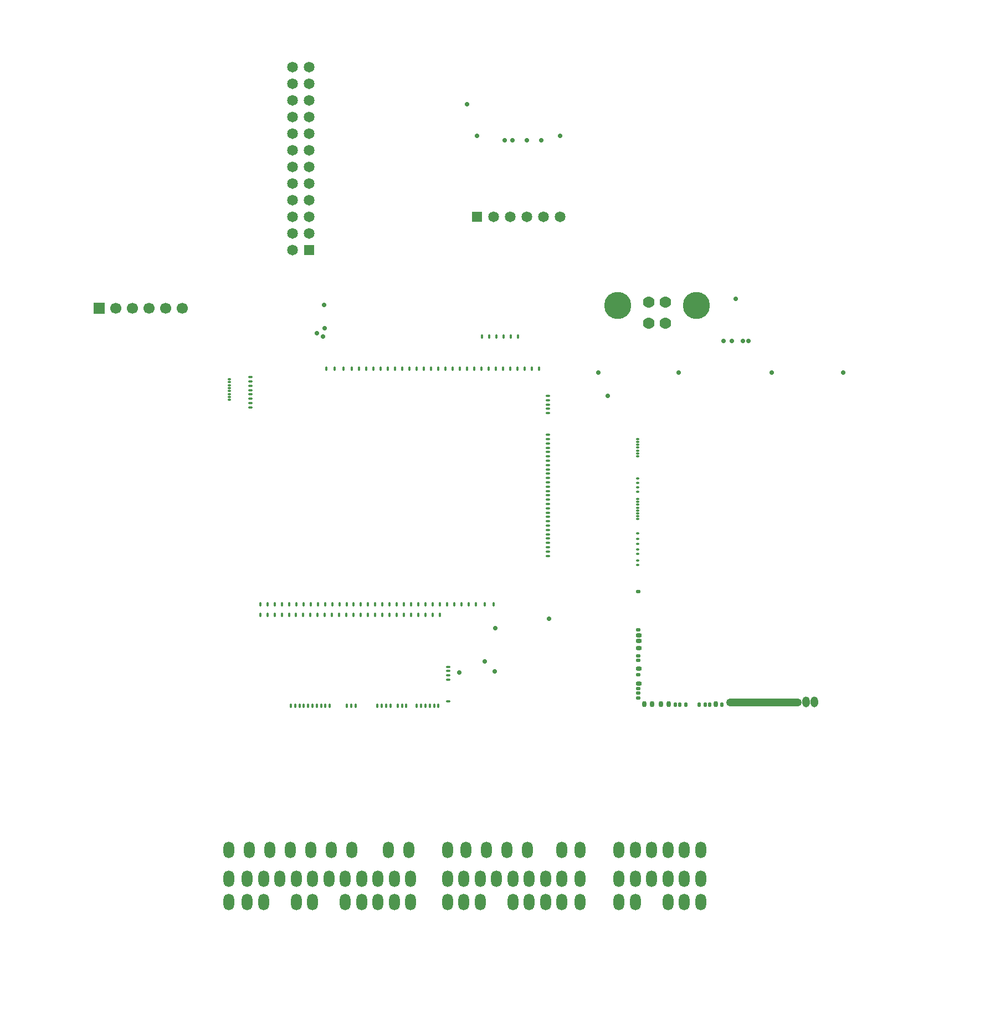
<source format=gbs>
G04*
G04 #@! TF.GenerationSoftware,Altium Limited,Altium Designer,20.0.10 (225)*
G04*
G04 Layer_Color=16711935*
%FSLAX25Y25*%
%MOIN*%
G70*
G01*
G75*
%ADD45O,0.03701X0.02913*%
%ADD46O,0.04488X0.06457*%
%ADD51C,0.16299*%
%ADD63O,0.06457X0.10000*%
%ADD64C,0.00551*%
%ADD65C,0.06951*%
%ADD66C,0.02913*%
%ADD67C,0.06693*%
%ADD68R,0.06693X0.06693*%
%ADD69C,0.06457*%
%ADD70R,0.06457X0.06457*%
%ADD71R,0.06457X0.06457*%
G04:AMPARAMS|DCode=160|XSize=15.35mil|YSize=25.2mil|CornerRadius=7.68mil|HoleSize=0mil|Usage=FLASHONLY|Rotation=90.000|XOffset=0mil|YOffset=0mil|HoleType=Round|Shape=RoundedRectangle|*
%AMROUNDEDRECTD160*
21,1,0.01535,0.00984,0,0,90.0*
21,1,0.00000,0.02520,0,0,90.0*
1,1,0.01535,0.00492,0.00000*
1,1,0.01535,0.00492,0.00000*
1,1,0.01535,-0.00492,0.00000*
1,1,0.01535,-0.00492,0.00000*
%
%ADD160ROUNDEDRECTD160*%
G04:AMPARAMS|DCode=161|XSize=15.35mil|YSize=25.2mil|CornerRadius=7.68mil|HoleSize=0mil|Usage=FLASHONLY|Rotation=0.000|XOffset=0mil|YOffset=0mil|HoleType=Round|Shape=RoundedRectangle|*
%AMROUNDEDRECTD161*
21,1,0.01535,0.00984,0,0,0.0*
21,1,0.00000,0.02520,0,0,0.0*
1,1,0.01535,0.00000,-0.00492*
1,1,0.01535,0.00000,-0.00492*
1,1,0.01535,0.00000,0.00492*
1,1,0.01535,0.00000,0.00492*
%
%ADD161ROUNDEDRECTD161*%
%ADD162O,0.02126X0.02913*%
%ADD163O,0.02913X0.02126*%
%ADD164O,0.02913X0.03701*%
%ADD165O,0.45433X0.04882*%
%ADD166O,0.02126X0.01339*%
%ADD167O,0.02126X0.01339*%
D45*
X389652Y209896D02*
D03*
Y218853D02*
D03*
Y231156D02*
D03*
Y235389D02*
D03*
Y238834D02*
D03*
D46*
X490337Y198873D02*
D03*
X495282D02*
D03*
D51*
X376791Y437106D02*
D03*
X424193D02*
D03*
D63*
X142913Y92520D02*
D03*
Y78347D02*
D03*
X153937Y92520D02*
D03*
Y78347D02*
D03*
X163779Y92520D02*
D03*
Y78347D02*
D03*
X173622Y92520D02*
D03*
X183465D02*
D03*
Y78347D02*
D03*
X193307Y92520D02*
D03*
Y78347D02*
D03*
X203150Y92520D02*
D03*
X212992Y78347D02*
D03*
Y92520D02*
D03*
X222835Y78347D02*
D03*
Y92520D02*
D03*
X232677Y78347D02*
D03*
Y92520D02*
D03*
X242520Y78347D02*
D03*
Y92520D02*
D03*
X238858Y109843D02*
D03*
X252362Y78347D02*
D03*
Y92520D02*
D03*
X251181Y109843D02*
D03*
X274409Y78347D02*
D03*
Y92520D02*
D03*
Y109843D02*
D03*
X284252Y78347D02*
D03*
Y92520D02*
D03*
X285433Y109843D02*
D03*
X294094Y78347D02*
D03*
Y92520D02*
D03*
X303937D02*
D03*
X297756Y109843D02*
D03*
X313779Y78347D02*
D03*
Y92520D02*
D03*
X310079Y109843D02*
D03*
X323622Y78347D02*
D03*
Y92520D02*
D03*
X322402Y109843D02*
D03*
X333465Y78347D02*
D03*
Y92520D02*
D03*
X343307Y78347D02*
D03*
Y92520D02*
D03*
Y109843D02*
D03*
X354331Y78347D02*
D03*
Y92520D02*
D03*
Y109843D02*
D03*
X377559Y78347D02*
D03*
Y92520D02*
D03*
Y109843D02*
D03*
X387402Y78347D02*
D03*
Y92520D02*
D03*
Y109843D02*
D03*
X397244Y92520D02*
D03*
X407087Y78347D02*
D03*
Y92520D02*
D03*
Y109843D02*
D03*
X416929Y78347D02*
D03*
Y92520D02*
D03*
X426772Y78347D02*
D03*
Y92520D02*
D03*
X416929Y109843D02*
D03*
X426772D02*
D03*
X216850D02*
D03*
X204528D02*
D03*
X192205D02*
D03*
X179882D02*
D03*
X167559D02*
D03*
X155236D02*
D03*
X142913D02*
D03*
X397244D02*
D03*
D64*
X173622Y56890D02*
D03*
X397244D02*
D03*
X135256Y484803D02*
D03*
X44272D02*
D03*
X19879Y279921D02*
D03*
X586614Y20079D02*
D03*
Y605905D02*
D03*
X19685D02*
D03*
Y20079D02*
D03*
D65*
X405413Y426437D02*
D03*
Y439094D02*
D03*
X395571D02*
D03*
Y426437D02*
D03*
D66*
X296919Y223002D02*
D03*
X335531Y248819D02*
D03*
X303012Y217224D02*
D03*
X281693Y216634D02*
D03*
X303199Y243258D02*
D03*
X469488Y396850D02*
D03*
X512402D02*
D03*
X370768Y382677D02*
D03*
X413583Y396850D02*
D03*
X365302D02*
D03*
X200374Y437323D02*
D03*
X200669Y423346D02*
D03*
X199488Y418327D02*
D03*
X196043Y420394D02*
D03*
X452067Y415748D02*
D03*
X455610D02*
D03*
X440551D02*
D03*
X445571D02*
D03*
X447756Y441043D02*
D03*
X286122Y558287D02*
D03*
X313583Y536339D02*
D03*
X330906D02*
D03*
X322146D02*
D03*
X292323Y538976D02*
D03*
X308957Y536339D02*
D03*
X342339Y539012D02*
D03*
D67*
X114764Y435433D02*
D03*
X104764D02*
D03*
X94764D02*
D03*
X84764D02*
D03*
X74764D02*
D03*
D68*
X64764D02*
D03*
D69*
X342126Y490551D02*
D03*
X332126D02*
D03*
X322126D02*
D03*
X312126D02*
D03*
X302126D02*
D03*
X181142Y580472D02*
D03*
X191142D02*
D03*
X181142Y570472D02*
D03*
X191142D02*
D03*
X181142Y560472D02*
D03*
X191142D02*
D03*
X181142Y550472D02*
D03*
X191142D02*
D03*
X181142Y540472D02*
D03*
X191142D02*
D03*
X181142Y530472D02*
D03*
X191142D02*
D03*
X181142Y520472D02*
D03*
X191142D02*
D03*
X181142Y510472D02*
D03*
X191142D02*
D03*
X181142Y500472D02*
D03*
X191142D02*
D03*
X181142Y490472D02*
D03*
X191142D02*
D03*
X181142Y480472D02*
D03*
X191142D02*
D03*
X181142Y470472D02*
D03*
D70*
X292126Y490551D02*
D03*
D71*
X191142Y470472D02*
D03*
D160*
X275000Y199127D02*
D03*
Y219914D02*
D03*
Y217316D02*
D03*
Y214717D02*
D03*
Y212119D02*
D03*
X335047Y304823D02*
D03*
Y302224D02*
D03*
Y299626D02*
D03*
Y297027D02*
D03*
Y294429D02*
D03*
Y291831D02*
D03*
Y289232D02*
D03*
Y286634D02*
D03*
Y374980D02*
D03*
Y377579D02*
D03*
Y380177D02*
D03*
Y382776D02*
D03*
Y372382D02*
D03*
Y359390D02*
D03*
Y356791D02*
D03*
Y354193D02*
D03*
Y351594D02*
D03*
Y348996D02*
D03*
Y346398D02*
D03*
Y343799D02*
D03*
Y341201D02*
D03*
Y338602D02*
D03*
Y336004D02*
D03*
Y333405D02*
D03*
Y330807D02*
D03*
Y328209D02*
D03*
Y325610D02*
D03*
Y323012D02*
D03*
Y320413D02*
D03*
Y317815D02*
D03*
Y315216D02*
D03*
Y312618D02*
D03*
Y310020D02*
D03*
Y307421D02*
D03*
X155807Y394094D02*
D03*
Y391496D02*
D03*
Y388898D02*
D03*
Y386299D02*
D03*
Y383701D02*
D03*
Y381102D02*
D03*
Y378504D02*
D03*
Y375905D02*
D03*
D161*
X174724Y251287D02*
D03*
X170394D02*
D03*
X166063D02*
D03*
X161732D02*
D03*
X269012Y196319D02*
D03*
X266413D02*
D03*
X263815D02*
D03*
X261217D02*
D03*
X258618D02*
D03*
X256020D02*
D03*
X249717D02*
D03*
X247118D02*
D03*
X244520D02*
D03*
X240107D02*
D03*
X237508D02*
D03*
X234910D02*
D03*
X232311D02*
D03*
X219217D02*
D03*
X216618D02*
D03*
X214020D02*
D03*
X203602D02*
D03*
X201004D02*
D03*
X198406D02*
D03*
X195807D02*
D03*
X193209D02*
D03*
X190610D02*
D03*
X188012D02*
D03*
X185413D02*
D03*
X182815D02*
D03*
X180217D02*
D03*
X179055Y251287D02*
D03*
X183386D02*
D03*
X187716D02*
D03*
X192047D02*
D03*
X196378D02*
D03*
X200709D02*
D03*
X205039D02*
D03*
X209370D02*
D03*
X213701D02*
D03*
X218031D02*
D03*
X222362D02*
D03*
X226693D02*
D03*
X231024D02*
D03*
X235354D02*
D03*
X239685D02*
D03*
X244016D02*
D03*
X248346D02*
D03*
X252677D02*
D03*
X257008D02*
D03*
X261338D02*
D03*
X265669D02*
D03*
X270000D02*
D03*
X316634Y399024D02*
D03*
X320964D02*
D03*
X325295D02*
D03*
X179075Y257571D02*
D03*
X174744D02*
D03*
X170414D02*
D03*
X166083D02*
D03*
X287343D02*
D03*
X291673D02*
D03*
X296870D02*
D03*
X302067D02*
D03*
X283012D02*
D03*
X278681D02*
D03*
X274350D02*
D03*
X270020D02*
D03*
X265689D02*
D03*
X261358D02*
D03*
X257028D02*
D03*
X252697D02*
D03*
X248366D02*
D03*
X244036D02*
D03*
X239705D02*
D03*
X235374D02*
D03*
X231043D02*
D03*
X226713D02*
D03*
X222382D02*
D03*
X218051D02*
D03*
X213721D02*
D03*
X209390D02*
D03*
X205059D02*
D03*
X200729D02*
D03*
X196398D02*
D03*
X192067D02*
D03*
X217028Y399024D02*
D03*
X211791D02*
D03*
X206594D02*
D03*
X201398D02*
D03*
X221358D02*
D03*
X225689D02*
D03*
X230020D02*
D03*
X234350D02*
D03*
X238681D02*
D03*
X243012D02*
D03*
X247342D02*
D03*
X251673D02*
D03*
X256004D02*
D03*
X260335D02*
D03*
X264665D02*
D03*
X268996D02*
D03*
X273327D02*
D03*
X277657D02*
D03*
X281988D02*
D03*
X286319D02*
D03*
X290650D02*
D03*
X294980D02*
D03*
X299311D02*
D03*
X303642D02*
D03*
X307972D02*
D03*
X312303D02*
D03*
X187736Y257571D02*
D03*
X183406D02*
D03*
X161752D02*
D03*
X329626Y399024D02*
D03*
X295079Y418602D02*
D03*
X299409D02*
D03*
X303740D02*
D03*
X308071D02*
D03*
X312402D02*
D03*
X316732D02*
D03*
D162*
X429435Y197200D02*
D03*
X417743D02*
D03*
X414200D02*
D03*
X411404D02*
D03*
X425913D02*
D03*
X432310D02*
D03*
X439573D02*
D03*
D163*
X389278Y226432D02*
D03*
Y223873D02*
D03*
Y215035D02*
D03*
Y206669D02*
D03*
Y203991D02*
D03*
Y201256D02*
D03*
Y242082D02*
D03*
Y265113D02*
D03*
D164*
X435734Y197593D02*
D03*
X407388Y197593D02*
D03*
X402762D02*
D03*
X397447D02*
D03*
X392821D02*
D03*
D165*
X464967Y198381D02*
D03*
D166*
X388864Y287849D02*
D03*
Y283676D02*
D03*
Y281078D02*
D03*
Y290621D02*
D03*
Y293771D02*
D03*
Y296921D02*
D03*
Y300054D02*
D03*
Y308696D02*
D03*
Y310428D02*
D03*
Y312160D02*
D03*
Y313893D02*
D03*
Y315625D02*
D03*
Y317357D02*
D03*
Y319089D02*
D03*
Y320822D02*
D03*
Y325251D02*
D03*
Y327849D02*
D03*
Y330448D02*
D03*
Y333046D02*
D03*
Y346452D02*
D03*
Y348184D02*
D03*
Y349916D02*
D03*
Y351648D02*
D03*
Y353381D02*
D03*
Y355113D02*
D03*
Y356845D02*
D03*
D167*
X143327Y392816D02*
D03*
Y391045D02*
D03*
Y389273D02*
D03*
Y387502D02*
D03*
Y385699D02*
D03*
Y383927D02*
D03*
Y382156D02*
D03*
Y380384D02*
D03*
M02*

</source>
